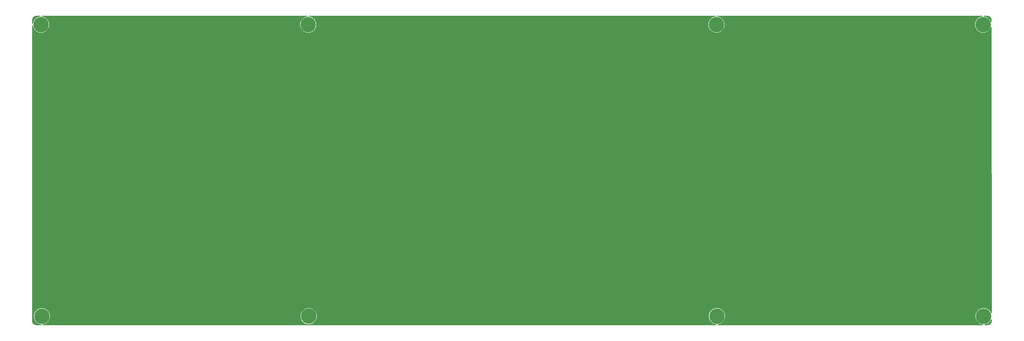
<source format=gbr>
%TF.GenerationSoftware,KiCad,Pcbnew,(6.0.7)*%
%TF.CreationDate,2022-11-12T23:42:16+01:00*%
%TF.ProjectId,skoosk backplate v1.1,736b6f6f-736b-4206-9261-636b706c6174,rev?*%
%TF.SameCoordinates,Original*%
%TF.FileFunction,Copper,L1,Top*%
%TF.FilePolarity,Positive*%
%FSLAX46Y46*%
G04 Gerber Fmt 4.6, Leading zero omitted, Abs format (unit mm)*
G04 Created by KiCad (PCBNEW (6.0.7)) date 2022-11-12 23:42:16*
%MOMM*%
%LPD*%
G01*
G04 APERTURE LIST*
%TA.AperFunction,ComponentPad*%
%ADD10C,4.400000*%
%TD*%
G04 APERTURE END LIST*
D10*
%TO.P,H2,1,1*%
%TO.N,N/C*%
X81153000Y-91537469D03*
%TD*%
%TO.P,H3,1,1*%
%TO.N,N/C*%
X197231000Y-8509000D03*
%TD*%
%TO.P,H4,1,1*%
%TO.N,N/C*%
X273177000Y-8509000D03*
%TD*%
%TO.P,H1,1,1*%
%TO.N,N/C*%
X5207000Y-91567000D03*
%TD*%
%TO.P,H4,1,1*%
%TO.N,N/C*%
X273304000Y-91567000D03*
%TD*%
%TO.P,H1,1,1*%
%TO.N,N/C*%
X4953000Y-8509000D03*
%TD*%
%TO.P,H2,1,1*%
%TO.N,N/C*%
X81019500Y-8509000D03*
%TD*%
%TO.P,H3,1,1*%
%TO.N,N/C*%
X197380100Y-91567000D03*
%TD*%
%TA.AperFunction,NonConductor*%
G36*
X274324935Y-5970388D02*
G01*
X274433342Y-5978912D01*
X274434266Y-5978989D01*
X274465536Y-5981722D01*
X274514073Y-5985966D01*
X274532506Y-5988967D01*
X274591495Y-6003125D01*
X274632792Y-6013037D01*
X274635921Y-6013831D01*
X274719007Y-6036089D01*
X274734600Y-6041382D01*
X274828798Y-6080397D01*
X274833829Y-6082610D01*
X274912696Y-6119383D01*
X274925282Y-6126146D01*
X275011804Y-6179164D01*
X275018240Y-6183383D01*
X275089845Y-6233519D01*
X275099397Y-6240914D01*
X275176445Y-6306719D01*
X275183699Y-6313425D01*
X275245575Y-6375301D01*
X275252281Y-6382555D01*
X275318086Y-6459603D01*
X275325481Y-6469155D01*
X275375617Y-6540760D01*
X275379836Y-6547196D01*
X275432854Y-6633718D01*
X275439617Y-6646304D01*
X275476390Y-6725171D01*
X275478603Y-6730202D01*
X275517618Y-6824400D01*
X275522911Y-6839993D01*
X275545169Y-6923079D01*
X275545967Y-6926225D01*
X275570033Y-7026494D01*
X275573034Y-7044927D01*
X275580004Y-7124648D01*
X275580095Y-7125745D01*
X275588614Y-7234091D01*
X275589002Y-7243913D01*
X275589198Y-7695014D01*
X275569226Y-7763144D01*
X275515590Y-7809660D01*
X275445321Y-7819794D01*
X275380727Y-7790329D01*
X275343885Y-7735570D01*
X275308271Y-7630654D01*
X275308271Y-7630653D01*
X275306945Y-7626748D01*
X275173566Y-7356282D01*
X275098512Y-7243955D01*
X275008318Y-7108970D01*
X275008314Y-7108965D01*
X275006025Y-7105539D01*
X275003311Y-7102445D01*
X275003307Y-7102439D01*
X274809898Y-6881900D01*
X274807189Y-6878811D01*
X274745206Y-6824453D01*
X274583561Y-6682693D01*
X274583555Y-6682689D01*
X274580461Y-6679975D01*
X274577035Y-6677686D01*
X274577030Y-6677682D01*
X274333151Y-6514728D01*
X274329718Y-6512434D01*
X274326019Y-6510610D01*
X274326014Y-6510607D01*
X274187166Y-6442135D01*
X274059252Y-6379055D01*
X274048193Y-6375301D01*
X273777604Y-6283448D01*
X273777600Y-6283447D01*
X273773691Y-6282120D01*
X273769647Y-6281316D01*
X273769641Y-6281314D01*
X273481959Y-6224090D01*
X273481953Y-6224089D01*
X273477920Y-6223287D01*
X273473815Y-6223018D01*
X273473808Y-6223017D01*
X273454164Y-6221730D01*
X273387498Y-6197316D01*
X273344614Y-6140734D01*
X273339127Y-6069950D01*
X273372781Y-6007436D01*
X273434889Y-5973041D01*
X273462405Y-5970000D01*
X274315058Y-5970000D01*
X274324935Y-5970388D01*
G37*
%TD.AperFunction*%
%TA.AperFunction,NonConductor*%
G36*
X4735716Y-5990002D02*
G01*
X4782209Y-6043658D01*
X4792313Y-6113932D01*
X4762819Y-6178512D01*
X4703093Y-6216896D01*
X4675836Y-6221730D01*
X4656192Y-6223017D01*
X4656185Y-6223018D01*
X4652080Y-6223287D01*
X4648047Y-6224089D01*
X4648041Y-6224090D01*
X4360359Y-6281314D01*
X4360353Y-6281316D01*
X4356309Y-6282120D01*
X4352400Y-6283447D01*
X4352396Y-6283448D01*
X4081807Y-6375301D01*
X4070748Y-6379055D01*
X3942834Y-6442135D01*
X3803986Y-6510607D01*
X3803981Y-6510610D01*
X3800282Y-6512434D01*
X3796849Y-6514728D01*
X3552970Y-6677682D01*
X3552965Y-6677686D01*
X3549539Y-6679975D01*
X3546445Y-6682689D01*
X3546439Y-6682693D01*
X3384794Y-6824453D01*
X3322811Y-6878811D01*
X3320102Y-6881900D01*
X3126693Y-7102439D01*
X3126689Y-7102445D01*
X3123975Y-7105539D01*
X3121686Y-7108965D01*
X3121682Y-7108970D01*
X3031488Y-7243955D01*
X2956434Y-7356282D01*
X2823055Y-7626748D01*
X2821729Y-7630653D01*
X2821729Y-7630654D01*
X2757525Y-7819794D01*
X2726120Y-7912309D01*
X2725316Y-7916353D01*
X2725314Y-7916359D01*
X2672605Y-8181345D01*
X2639697Y-8244254D01*
X2578002Y-8279386D01*
X2507108Y-8275586D01*
X2449522Y-8234060D01*
X2423527Y-8167993D01*
X2423026Y-8156763D01*
X2423026Y-7243955D01*
X2423414Y-7234070D01*
X2423981Y-7226866D01*
X2431986Y-7125160D01*
X2432047Y-7124425D01*
X2438996Y-7044975D01*
X2441997Y-7026543D01*
X2466140Y-6925978D01*
X2466929Y-6922870D01*
X2489123Y-6840042D01*
X2494416Y-6824453D01*
X2533494Y-6730113D01*
X2535707Y-6725083D01*
X2572411Y-6646370D01*
X2579174Y-6633783D01*
X2632281Y-6547122D01*
X2636499Y-6540688D01*
X2686538Y-6469226D01*
X2693929Y-6459680D01*
X2694004Y-6459593D01*
X2759828Y-6382523D01*
X2766544Y-6375259D01*
X2828287Y-6313516D01*
X2835552Y-6306800D01*
X2912695Y-6240914D01*
X2922254Y-6233512D01*
X2993717Y-6183473D01*
X3000154Y-6179253D01*
X3086816Y-6126147D01*
X3099401Y-6119385D01*
X3178094Y-6082691D01*
X3183125Y-6080477D01*
X3277478Y-6041395D01*
X3293084Y-6036098D01*
X3375825Y-6013927D01*
X3378991Y-6013122D01*
X3479569Y-5988976D01*
X3498002Y-5985974D01*
X3576953Y-5979067D01*
X3578048Y-5978976D01*
X3687171Y-5970388D01*
X3697057Y-5970000D01*
X4667595Y-5970000D01*
X4735716Y-5990002D01*
G37*
%TD.AperFunction*%
%TA.AperFunction,NonConductor*%
G36*
X275571352Y-92496041D02*
G01*
X275616229Y-92551056D01*
X275626109Y-92599911D01*
X275626160Y-92716014D01*
X275626210Y-92832018D01*
X275625822Y-92841955D01*
X275617339Y-92949750D01*
X275617282Y-92950433D01*
X275610216Y-93031149D01*
X275607218Y-93049559D01*
X275583257Y-93149364D01*
X275582464Y-93152485D01*
X275579226Y-93164569D01*
X275560066Y-93236074D01*
X275554768Y-93251679D01*
X275515901Y-93345515D01*
X275513687Y-93350547D01*
X275476746Y-93429768D01*
X275469987Y-93442348D01*
X275417111Y-93528634D01*
X275412912Y-93535038D01*
X275391658Y-93565393D01*
X275362583Y-93606916D01*
X275355181Y-93616475D01*
X275289570Y-93693296D01*
X275282855Y-93700561D01*
X275220769Y-93762648D01*
X275213503Y-93769364D01*
X275136682Y-93834975D01*
X275127124Y-93842376D01*
X275055267Y-93892692D01*
X275048830Y-93896912D01*
X274962565Y-93949776D01*
X274949981Y-93956538D01*
X274870761Y-93993480D01*
X274865749Y-93995686D01*
X274771880Y-94034569D01*
X274756284Y-94039862D01*
X274672697Y-94062260D01*
X274669548Y-94063060D01*
X274621840Y-94074514D01*
X274569792Y-94087010D01*
X274551362Y-94090012D01*
X274527382Y-94092111D01*
X274470039Y-94097128D01*
X274469324Y-94097188D01*
X274362294Y-94105612D01*
X274352409Y-94106000D01*
X273589405Y-94106000D01*
X273521284Y-94085998D01*
X273474791Y-94032342D01*
X273464687Y-93962068D01*
X273494181Y-93897488D01*
X273553907Y-93859104D01*
X273581164Y-93854270D01*
X273600808Y-93852983D01*
X273600815Y-93852982D01*
X273604920Y-93852713D01*
X273608953Y-93851911D01*
X273608959Y-93851910D01*
X273896641Y-93794686D01*
X273896647Y-93794684D01*
X273900691Y-93793880D01*
X273904600Y-93792553D01*
X273904604Y-93792552D01*
X274182346Y-93698271D01*
X274182347Y-93698271D01*
X274186252Y-93696945D01*
X274349429Y-93616475D01*
X274453014Y-93565393D01*
X274453019Y-93565390D01*
X274456718Y-93563566D01*
X274516467Y-93523643D01*
X274704030Y-93398318D01*
X274704035Y-93398314D01*
X274707461Y-93396025D01*
X274710555Y-93393311D01*
X274710561Y-93393307D01*
X274931100Y-93199898D01*
X274934189Y-93197189D01*
X275063644Y-93049575D01*
X275130307Y-92973561D01*
X275130311Y-92973555D01*
X275133025Y-92970461D01*
X275146333Y-92950545D01*
X275298272Y-92723151D01*
X275300566Y-92719718D01*
X275387103Y-92544238D01*
X275435171Y-92491989D01*
X275503857Y-92474022D01*
X275571352Y-92496041D01*
G37*
%TD.AperFunction*%
%TA.AperFunction,NonConductor*%
G36*
X80802216Y-5990002D02*
G01*
X80848709Y-6043658D01*
X80858813Y-6113932D01*
X80829319Y-6178512D01*
X80769593Y-6216896D01*
X80742336Y-6221730D01*
X80722692Y-6223017D01*
X80722685Y-6223018D01*
X80718580Y-6223287D01*
X80714547Y-6224089D01*
X80714541Y-6224090D01*
X80426859Y-6281314D01*
X80426853Y-6281316D01*
X80422809Y-6282120D01*
X80418900Y-6283447D01*
X80418896Y-6283448D01*
X80148307Y-6375301D01*
X80137248Y-6379055D01*
X80009334Y-6442135D01*
X79870486Y-6510607D01*
X79870481Y-6510610D01*
X79866782Y-6512434D01*
X79863349Y-6514728D01*
X79619470Y-6677682D01*
X79619465Y-6677686D01*
X79616039Y-6679975D01*
X79612945Y-6682689D01*
X79612939Y-6682693D01*
X79451294Y-6824453D01*
X79389311Y-6878811D01*
X79386602Y-6881900D01*
X79193193Y-7102439D01*
X79193189Y-7102445D01*
X79190475Y-7105539D01*
X79188186Y-7108965D01*
X79188182Y-7108970D01*
X79097988Y-7243955D01*
X79022934Y-7356282D01*
X78889555Y-7626748D01*
X78888229Y-7630653D01*
X78888229Y-7630654D01*
X78824025Y-7819794D01*
X78792620Y-7912309D01*
X78791816Y-7916353D01*
X78791814Y-7916359D01*
X78741761Y-8167993D01*
X78733787Y-8208080D01*
X78714064Y-8509000D01*
X78714334Y-8513119D01*
X78732686Y-8793116D01*
X78733787Y-8809920D01*
X78734589Y-8813953D01*
X78734590Y-8813959D01*
X78791814Y-9101641D01*
X78792620Y-9105691D01*
X78793947Y-9109600D01*
X78793948Y-9109604D01*
X78844051Y-9257201D01*
X78889555Y-9391252D01*
X79022934Y-9661718D01*
X79190475Y-9912461D01*
X79193189Y-9915555D01*
X79193193Y-9915561D01*
X79386602Y-10136100D01*
X79389311Y-10139189D01*
X79392400Y-10141898D01*
X79612939Y-10335307D01*
X79612945Y-10335311D01*
X79616039Y-10338025D01*
X79619465Y-10340314D01*
X79619470Y-10340318D01*
X79807033Y-10465643D01*
X79866782Y-10505566D01*
X79870481Y-10507390D01*
X79870486Y-10507393D01*
X80009334Y-10575865D01*
X80137248Y-10638945D01*
X80141153Y-10640271D01*
X80141154Y-10640271D01*
X80418896Y-10734552D01*
X80418900Y-10734553D01*
X80422809Y-10735880D01*
X80426853Y-10736684D01*
X80426859Y-10736686D01*
X80714541Y-10793910D01*
X80714547Y-10793911D01*
X80718580Y-10794713D01*
X80722685Y-10794982D01*
X80722692Y-10794983D01*
X81015381Y-10814166D01*
X81019500Y-10814436D01*
X81023619Y-10814166D01*
X81316308Y-10794983D01*
X81316315Y-10794982D01*
X81320420Y-10794713D01*
X81324453Y-10793911D01*
X81324459Y-10793910D01*
X81612141Y-10736686D01*
X81612147Y-10736684D01*
X81616191Y-10735880D01*
X81620100Y-10734553D01*
X81620104Y-10734552D01*
X81897846Y-10640271D01*
X81897847Y-10640271D01*
X81901752Y-10638945D01*
X82029666Y-10575865D01*
X82168514Y-10507393D01*
X82168519Y-10507390D01*
X82172218Y-10505566D01*
X82231967Y-10465643D01*
X82419530Y-10340318D01*
X82419535Y-10340314D01*
X82422961Y-10338025D01*
X82426055Y-10335311D01*
X82426061Y-10335307D01*
X82646600Y-10141898D01*
X82649689Y-10139189D01*
X82652398Y-10136100D01*
X82845807Y-9915561D01*
X82845811Y-9915555D01*
X82848525Y-9912461D01*
X83016066Y-9661718D01*
X83149445Y-9391252D01*
X83194949Y-9257201D01*
X83245052Y-9109604D01*
X83245053Y-9109600D01*
X83246380Y-9105691D01*
X83247186Y-9101641D01*
X83304410Y-8813959D01*
X83304411Y-8813953D01*
X83305213Y-8809920D01*
X83306315Y-8793116D01*
X83324666Y-8513119D01*
X83324936Y-8509000D01*
X83305213Y-8208080D01*
X83297240Y-8167993D01*
X83247186Y-7916359D01*
X83247184Y-7916353D01*
X83246380Y-7912309D01*
X83214976Y-7819794D01*
X83150771Y-7630654D01*
X83150771Y-7630653D01*
X83149445Y-7626748D01*
X83016066Y-7356282D01*
X82941012Y-7243955D01*
X82850818Y-7108970D01*
X82850814Y-7108965D01*
X82848525Y-7105539D01*
X82845811Y-7102445D01*
X82845807Y-7102439D01*
X82652398Y-6881900D01*
X82649689Y-6878811D01*
X82587706Y-6824453D01*
X82426061Y-6682693D01*
X82426055Y-6682689D01*
X82422961Y-6679975D01*
X82419535Y-6677686D01*
X82419530Y-6677682D01*
X82175651Y-6514728D01*
X82172218Y-6512434D01*
X82168519Y-6510610D01*
X82168514Y-6510607D01*
X82029666Y-6442135D01*
X81901752Y-6379055D01*
X81890693Y-6375301D01*
X81620104Y-6283448D01*
X81620100Y-6283447D01*
X81616191Y-6282120D01*
X81612147Y-6281316D01*
X81612141Y-6281314D01*
X81324459Y-6224090D01*
X81324453Y-6224089D01*
X81320420Y-6223287D01*
X81316315Y-6223018D01*
X81316308Y-6223017D01*
X81296664Y-6221730D01*
X81229998Y-6197316D01*
X81187114Y-6140734D01*
X81181627Y-6069950D01*
X81215281Y-6007436D01*
X81277389Y-5973041D01*
X81304905Y-5970000D01*
X196945595Y-5970000D01*
X197013716Y-5990002D01*
X197060209Y-6043658D01*
X197070313Y-6113932D01*
X197040819Y-6178512D01*
X196981093Y-6216896D01*
X196953836Y-6221730D01*
X196934192Y-6223017D01*
X196934185Y-6223018D01*
X196930080Y-6223287D01*
X196926047Y-6224089D01*
X196926041Y-6224090D01*
X196638359Y-6281314D01*
X196638353Y-6281316D01*
X196634309Y-6282120D01*
X196630400Y-6283447D01*
X196630396Y-6283448D01*
X196359807Y-6375301D01*
X196348748Y-6379055D01*
X196220834Y-6442135D01*
X196081986Y-6510607D01*
X196081981Y-6510610D01*
X196078282Y-6512434D01*
X196074849Y-6514728D01*
X195830970Y-6677682D01*
X195830965Y-6677686D01*
X195827539Y-6679975D01*
X195824445Y-6682689D01*
X195824439Y-6682693D01*
X195662794Y-6824453D01*
X195600811Y-6878811D01*
X195598102Y-6881900D01*
X195404693Y-7102439D01*
X195404689Y-7102445D01*
X195401975Y-7105539D01*
X195399686Y-7108965D01*
X195399682Y-7108970D01*
X195309488Y-7243955D01*
X195234434Y-7356282D01*
X195101055Y-7626748D01*
X195099729Y-7630653D01*
X195099729Y-7630654D01*
X195035525Y-7819794D01*
X195004120Y-7912309D01*
X195003316Y-7916353D01*
X195003314Y-7916359D01*
X194953261Y-8167993D01*
X194945287Y-8208080D01*
X194925564Y-8509000D01*
X194925834Y-8513119D01*
X194944186Y-8793116D01*
X194945287Y-8809920D01*
X194946089Y-8813953D01*
X194946090Y-8813959D01*
X195003314Y-9101641D01*
X195004120Y-9105691D01*
X195005447Y-9109600D01*
X195005448Y-9109604D01*
X195055551Y-9257201D01*
X195101055Y-9391252D01*
X195234434Y-9661718D01*
X195401975Y-9912461D01*
X195404689Y-9915555D01*
X195404693Y-9915561D01*
X195598102Y-10136100D01*
X195600811Y-10139189D01*
X195603900Y-10141898D01*
X195824439Y-10335307D01*
X195824445Y-10335311D01*
X195827539Y-10338025D01*
X195830965Y-10340314D01*
X195830970Y-10340318D01*
X196018533Y-10465643D01*
X196078282Y-10505566D01*
X196081981Y-10507390D01*
X196081986Y-10507393D01*
X196220834Y-10575865D01*
X196348748Y-10638945D01*
X196352653Y-10640271D01*
X196352654Y-10640271D01*
X196630396Y-10734552D01*
X196630400Y-10734553D01*
X196634309Y-10735880D01*
X196638353Y-10736684D01*
X196638359Y-10736686D01*
X196926041Y-10793910D01*
X196926047Y-10793911D01*
X196930080Y-10794713D01*
X196934185Y-10794982D01*
X196934192Y-10794983D01*
X197226881Y-10814166D01*
X197231000Y-10814436D01*
X197235119Y-10814166D01*
X197527808Y-10794983D01*
X197527815Y-10794982D01*
X197531920Y-10794713D01*
X197535953Y-10793911D01*
X197535959Y-10793910D01*
X197823641Y-10736686D01*
X197823647Y-10736684D01*
X197827691Y-10735880D01*
X197831600Y-10734553D01*
X197831604Y-10734552D01*
X198109346Y-10640271D01*
X198109347Y-10640271D01*
X198113252Y-10638945D01*
X198241166Y-10575865D01*
X198380014Y-10507393D01*
X198380019Y-10507390D01*
X198383718Y-10505566D01*
X198443467Y-10465643D01*
X198631030Y-10340318D01*
X198631035Y-10340314D01*
X198634461Y-10338025D01*
X198637555Y-10335311D01*
X198637561Y-10335307D01*
X198858100Y-10141898D01*
X198861189Y-10139189D01*
X198863898Y-10136100D01*
X199057307Y-9915561D01*
X199057311Y-9915555D01*
X199060025Y-9912461D01*
X199227566Y-9661718D01*
X199360945Y-9391252D01*
X199406449Y-9257201D01*
X199456552Y-9109604D01*
X199456553Y-9109600D01*
X199457880Y-9105691D01*
X199458686Y-9101641D01*
X199515910Y-8813959D01*
X199515911Y-8813953D01*
X199516713Y-8809920D01*
X199517815Y-8793116D01*
X199536166Y-8513119D01*
X199536436Y-8509000D01*
X199516713Y-8208080D01*
X199508740Y-8167993D01*
X199458686Y-7916359D01*
X199458684Y-7916353D01*
X199457880Y-7912309D01*
X199426476Y-7819794D01*
X199362271Y-7630654D01*
X199362271Y-7630653D01*
X199360945Y-7626748D01*
X199227566Y-7356282D01*
X199152512Y-7243955D01*
X199062318Y-7108970D01*
X199062314Y-7108965D01*
X199060025Y-7105539D01*
X199057311Y-7102445D01*
X199057307Y-7102439D01*
X198863898Y-6881900D01*
X198861189Y-6878811D01*
X198799206Y-6824453D01*
X198637561Y-6682693D01*
X198637555Y-6682689D01*
X198634461Y-6679975D01*
X198631035Y-6677686D01*
X198631030Y-6677682D01*
X198387151Y-6514728D01*
X198383718Y-6512434D01*
X198380019Y-6510610D01*
X198380014Y-6510607D01*
X198241166Y-6442135D01*
X198113252Y-6379055D01*
X198102193Y-6375301D01*
X197831604Y-6283448D01*
X197831600Y-6283447D01*
X197827691Y-6282120D01*
X197823647Y-6281316D01*
X197823641Y-6281314D01*
X197535959Y-6224090D01*
X197535953Y-6224089D01*
X197531920Y-6223287D01*
X197527815Y-6223018D01*
X197527808Y-6223017D01*
X197508164Y-6221730D01*
X197441498Y-6197316D01*
X197398614Y-6140734D01*
X197393127Y-6069950D01*
X197426781Y-6007436D01*
X197488889Y-5973041D01*
X197516405Y-5970000D01*
X272891595Y-5970000D01*
X272959716Y-5990002D01*
X273006209Y-6043658D01*
X273016313Y-6113932D01*
X272986819Y-6178512D01*
X272927093Y-6216896D01*
X272899836Y-6221730D01*
X272880192Y-6223017D01*
X272880185Y-6223018D01*
X272876080Y-6223287D01*
X272872047Y-6224089D01*
X272872041Y-6224090D01*
X272584359Y-6281314D01*
X272584353Y-6281316D01*
X272580309Y-6282120D01*
X272576400Y-6283447D01*
X272576396Y-6283448D01*
X272305807Y-6375301D01*
X272294748Y-6379055D01*
X272166834Y-6442135D01*
X272027986Y-6510607D01*
X272027981Y-6510610D01*
X272024282Y-6512434D01*
X272020849Y-6514728D01*
X271776970Y-6677682D01*
X271776965Y-6677686D01*
X271773539Y-6679975D01*
X271770445Y-6682689D01*
X271770439Y-6682693D01*
X271608794Y-6824453D01*
X271546811Y-6878811D01*
X271544102Y-6881900D01*
X271350693Y-7102439D01*
X271350689Y-7102445D01*
X271347975Y-7105539D01*
X271345686Y-7108965D01*
X271345682Y-7108970D01*
X271255488Y-7243955D01*
X271180434Y-7356282D01*
X271047055Y-7626748D01*
X271045729Y-7630653D01*
X271045729Y-7630654D01*
X270981525Y-7819794D01*
X270950120Y-7912309D01*
X270949316Y-7916353D01*
X270949314Y-7916359D01*
X270899261Y-8167993D01*
X270891287Y-8208080D01*
X270871564Y-8509000D01*
X270871834Y-8513119D01*
X270890186Y-8793116D01*
X270891287Y-8809920D01*
X270892089Y-8813953D01*
X270892090Y-8813959D01*
X270949314Y-9101641D01*
X270950120Y-9105691D01*
X270951447Y-9109600D01*
X270951448Y-9109604D01*
X271001551Y-9257201D01*
X271047055Y-9391252D01*
X271180434Y-9661718D01*
X271347975Y-9912461D01*
X271350689Y-9915555D01*
X271350693Y-9915561D01*
X271544102Y-10136100D01*
X271546811Y-10139189D01*
X271549900Y-10141898D01*
X271770439Y-10335307D01*
X271770445Y-10335311D01*
X271773539Y-10338025D01*
X271776965Y-10340314D01*
X271776970Y-10340318D01*
X271964533Y-10465643D01*
X272024282Y-10505566D01*
X272027981Y-10507390D01*
X272027986Y-10507393D01*
X272166834Y-10575865D01*
X272294748Y-10638945D01*
X272298653Y-10640271D01*
X272298654Y-10640271D01*
X272576396Y-10734552D01*
X272576400Y-10734553D01*
X272580309Y-10735880D01*
X272584353Y-10736684D01*
X272584359Y-10736686D01*
X272872041Y-10793910D01*
X272872047Y-10793911D01*
X272876080Y-10794713D01*
X272880185Y-10794982D01*
X272880192Y-10794983D01*
X273172881Y-10814166D01*
X273177000Y-10814436D01*
X273181119Y-10814166D01*
X273473808Y-10794983D01*
X273473815Y-10794982D01*
X273477920Y-10794713D01*
X273481953Y-10793911D01*
X273481959Y-10793910D01*
X273769641Y-10736686D01*
X273769647Y-10736684D01*
X273773691Y-10735880D01*
X273777600Y-10734553D01*
X273777604Y-10734552D01*
X274055346Y-10640271D01*
X274055347Y-10640271D01*
X274059252Y-10638945D01*
X274187166Y-10575865D01*
X274326014Y-10507393D01*
X274326019Y-10507390D01*
X274329718Y-10505566D01*
X274389467Y-10465643D01*
X274577030Y-10340318D01*
X274577035Y-10340314D01*
X274580461Y-10338025D01*
X274583555Y-10335311D01*
X274583561Y-10335307D01*
X274804100Y-10141898D01*
X274807189Y-10139189D01*
X274809898Y-10136100D01*
X275003307Y-9915561D01*
X275003311Y-9915555D01*
X275006025Y-9912461D01*
X275173566Y-9661718D01*
X275306945Y-9391252D01*
X275344592Y-9280346D01*
X275385429Y-9222271D01*
X275451182Y-9195493D01*
X275520974Y-9208514D01*
X275572648Y-9257201D01*
X275589905Y-9320794D01*
X275590545Y-10793910D01*
X275625210Y-90532156D01*
X275605238Y-90600286D01*
X275551602Y-90646802D01*
X275481333Y-90656936D01*
X275416739Y-90627471D01*
X275386204Y-90587939D01*
X275302393Y-90417986D01*
X275302390Y-90417981D01*
X275300566Y-90414282D01*
X275133025Y-90163539D01*
X275130311Y-90160445D01*
X275130307Y-90160439D01*
X274936898Y-89939900D01*
X274934189Y-89936811D01*
X274904038Y-89910369D01*
X274710561Y-89740693D01*
X274710555Y-89740689D01*
X274707461Y-89737975D01*
X274704035Y-89735686D01*
X274704030Y-89735682D01*
X274460151Y-89572728D01*
X274456718Y-89570434D01*
X274453019Y-89568610D01*
X274453014Y-89568607D01*
X274314166Y-89500135D01*
X274186252Y-89437055D01*
X274099257Y-89407524D01*
X273904604Y-89341448D01*
X273904600Y-89341447D01*
X273900691Y-89340120D01*
X273896647Y-89339316D01*
X273896641Y-89339314D01*
X273608959Y-89282090D01*
X273608953Y-89282089D01*
X273604920Y-89281287D01*
X273600815Y-89281018D01*
X273600808Y-89281017D01*
X273308119Y-89261834D01*
X273304000Y-89261564D01*
X273299881Y-89261834D01*
X273007192Y-89281017D01*
X273007185Y-89281018D01*
X273003080Y-89281287D01*
X272999047Y-89282089D01*
X272999041Y-89282090D01*
X272711359Y-89339314D01*
X272711353Y-89339316D01*
X272707309Y-89340120D01*
X272703400Y-89341447D01*
X272703396Y-89341448D01*
X272508743Y-89407524D01*
X272421748Y-89437055D01*
X272293834Y-89500135D01*
X272154986Y-89568607D01*
X272154981Y-89568610D01*
X272151282Y-89570434D01*
X272147849Y-89572728D01*
X271903970Y-89735682D01*
X271903965Y-89735686D01*
X271900539Y-89737975D01*
X271897445Y-89740689D01*
X271897439Y-89740693D01*
X271703962Y-89910369D01*
X271673811Y-89936811D01*
X271671102Y-89939900D01*
X271477693Y-90160439D01*
X271477689Y-90160445D01*
X271474975Y-90163539D01*
X271307434Y-90414282D01*
X271174055Y-90684748D01*
X271172729Y-90688653D01*
X271172729Y-90688654D01*
X271085770Y-90944828D01*
X271077120Y-90970309D01*
X271076316Y-90974353D01*
X271076314Y-90974359D01*
X271024965Y-91232510D01*
X271018287Y-91266080D01*
X270998564Y-91567000D01*
X271018287Y-91867920D01*
X271019089Y-91871953D01*
X271019090Y-91871959D01*
X271072024Y-92138073D01*
X271077120Y-92163691D01*
X271078447Y-92167600D01*
X271078448Y-92167604D01*
X271165286Y-92423419D01*
X271174055Y-92449252D01*
X271307434Y-92719718D01*
X271309728Y-92723151D01*
X271461668Y-92950545D01*
X271474975Y-92970461D01*
X271477689Y-92973555D01*
X271477693Y-92973561D01*
X271544356Y-93049575D01*
X271673811Y-93197189D01*
X271676900Y-93199898D01*
X271897439Y-93393307D01*
X271897445Y-93393311D01*
X271900539Y-93396025D01*
X271903965Y-93398314D01*
X271903970Y-93398318D01*
X272091533Y-93523643D01*
X272151282Y-93563566D01*
X272154981Y-93565390D01*
X272154986Y-93565393D01*
X272258571Y-93616475D01*
X272421748Y-93696945D01*
X272425653Y-93698271D01*
X272425654Y-93698271D01*
X272703396Y-93792552D01*
X272703400Y-93792553D01*
X272707309Y-93793880D01*
X272711353Y-93794684D01*
X272711359Y-93794686D01*
X272999041Y-93851910D01*
X272999047Y-93851911D01*
X273003080Y-93852713D01*
X273007185Y-93852982D01*
X273007192Y-93852983D01*
X273026836Y-93854270D01*
X273093502Y-93878684D01*
X273136386Y-93935266D01*
X273141873Y-94006050D01*
X273108219Y-94068564D01*
X273046111Y-94102959D01*
X273018595Y-94106000D01*
X197665505Y-94106000D01*
X197597384Y-94085998D01*
X197550891Y-94032342D01*
X197540787Y-93962068D01*
X197570281Y-93897488D01*
X197630007Y-93859104D01*
X197657264Y-93854270D01*
X197676908Y-93852983D01*
X197676915Y-93852982D01*
X197681020Y-93852713D01*
X197685053Y-93851911D01*
X197685059Y-93851910D01*
X197972741Y-93794686D01*
X197972747Y-93794684D01*
X197976791Y-93793880D01*
X197980700Y-93792553D01*
X197980704Y-93792552D01*
X198258446Y-93698271D01*
X198258447Y-93698271D01*
X198262352Y-93696945D01*
X198425529Y-93616475D01*
X198529114Y-93565393D01*
X198529119Y-93565390D01*
X198532818Y-93563566D01*
X198592567Y-93523643D01*
X198780130Y-93398318D01*
X198780135Y-93398314D01*
X198783561Y-93396025D01*
X198786655Y-93393311D01*
X198786661Y-93393307D01*
X199007200Y-93199898D01*
X199010289Y-93197189D01*
X199139744Y-93049575D01*
X199206407Y-92973561D01*
X199206411Y-92973555D01*
X199209125Y-92970461D01*
X199222433Y-92950545D01*
X199374372Y-92723151D01*
X199376666Y-92719718D01*
X199510045Y-92449252D01*
X199518814Y-92423419D01*
X199605652Y-92167604D01*
X199605653Y-92167600D01*
X199606980Y-92163691D01*
X199612076Y-92138073D01*
X199665010Y-91871959D01*
X199665011Y-91871953D01*
X199665813Y-91867920D01*
X199685536Y-91567000D01*
X199665813Y-91266080D01*
X199659136Y-91232510D01*
X199607786Y-90974359D01*
X199607784Y-90974353D01*
X199606980Y-90970309D01*
X199598331Y-90944828D01*
X199511371Y-90688654D01*
X199511371Y-90688653D01*
X199510045Y-90684748D01*
X199376666Y-90414282D01*
X199209125Y-90163539D01*
X199206411Y-90160445D01*
X199206407Y-90160439D01*
X199012998Y-89939900D01*
X199010289Y-89936811D01*
X198980138Y-89910369D01*
X198786661Y-89740693D01*
X198786655Y-89740689D01*
X198783561Y-89737975D01*
X198780135Y-89735686D01*
X198780130Y-89735682D01*
X198536251Y-89572728D01*
X198532818Y-89570434D01*
X198529119Y-89568610D01*
X198529114Y-89568607D01*
X198390266Y-89500135D01*
X198262352Y-89437055D01*
X198175357Y-89407524D01*
X197980704Y-89341448D01*
X197980700Y-89341447D01*
X197976791Y-89340120D01*
X197972747Y-89339316D01*
X197972741Y-89339314D01*
X197685059Y-89282090D01*
X197685053Y-89282089D01*
X197681020Y-89281287D01*
X197676915Y-89281018D01*
X197676908Y-89281017D01*
X197384219Y-89261834D01*
X197380100Y-89261564D01*
X197375981Y-89261834D01*
X197083292Y-89281017D01*
X197083285Y-89281018D01*
X197079180Y-89281287D01*
X197075147Y-89282089D01*
X197075141Y-89282090D01*
X196787459Y-89339314D01*
X196787453Y-89339316D01*
X196783409Y-89340120D01*
X196779500Y-89341447D01*
X196779496Y-89341448D01*
X196584843Y-89407524D01*
X196497848Y-89437055D01*
X196369934Y-89500135D01*
X196231086Y-89568607D01*
X196231081Y-89568610D01*
X196227382Y-89570434D01*
X196223949Y-89572728D01*
X195980070Y-89735682D01*
X195980065Y-89735686D01*
X195976639Y-89737975D01*
X195973545Y-89740689D01*
X195973539Y-89740693D01*
X195780062Y-89910369D01*
X195749911Y-89936811D01*
X195747202Y-89939900D01*
X195553793Y-90160439D01*
X195553789Y-90160445D01*
X195551075Y-90163539D01*
X195383534Y-90414282D01*
X195250155Y-90684748D01*
X195248829Y-90688653D01*
X195248829Y-90688654D01*
X195161870Y-90944828D01*
X195153220Y-90970309D01*
X195152416Y-90974353D01*
X195152414Y-90974359D01*
X195101065Y-91232510D01*
X195094387Y-91266080D01*
X195074664Y-91567000D01*
X195094387Y-91867920D01*
X195095189Y-91871953D01*
X195095190Y-91871959D01*
X195148124Y-92138073D01*
X195153220Y-92163691D01*
X195154547Y-92167600D01*
X195154548Y-92167604D01*
X195241386Y-92423419D01*
X195250155Y-92449252D01*
X195383534Y-92719718D01*
X195385828Y-92723151D01*
X195537768Y-92950545D01*
X195551075Y-92970461D01*
X195553789Y-92973555D01*
X195553793Y-92973561D01*
X195620456Y-93049575D01*
X195749911Y-93197189D01*
X195753000Y-93199898D01*
X195973539Y-93393307D01*
X195973545Y-93393311D01*
X195976639Y-93396025D01*
X195980065Y-93398314D01*
X195980070Y-93398318D01*
X196167633Y-93523643D01*
X196227382Y-93563566D01*
X196231081Y-93565390D01*
X196231086Y-93565393D01*
X196334671Y-93616475D01*
X196497848Y-93696945D01*
X196501753Y-93698271D01*
X196501754Y-93698271D01*
X196779496Y-93792552D01*
X196779500Y-93792553D01*
X196783409Y-93793880D01*
X196787453Y-93794684D01*
X196787459Y-93794686D01*
X197075141Y-93851910D01*
X197075147Y-93851911D01*
X197079180Y-93852713D01*
X197083285Y-93852982D01*
X197083292Y-93852983D01*
X197102936Y-93854270D01*
X197169602Y-93878684D01*
X197212486Y-93935266D01*
X197217973Y-94006050D01*
X197184319Y-94068564D01*
X197122211Y-94102959D01*
X197094695Y-94106000D01*
X5492405Y-94106000D01*
X5424284Y-94085998D01*
X5377791Y-94032342D01*
X5367687Y-93962068D01*
X5397181Y-93897488D01*
X5456907Y-93859104D01*
X5484164Y-93854270D01*
X5503808Y-93852983D01*
X5503815Y-93852982D01*
X5507920Y-93852713D01*
X5511953Y-93851911D01*
X5511959Y-93851910D01*
X5799641Y-93794686D01*
X5799647Y-93794684D01*
X5803691Y-93793880D01*
X5807600Y-93792553D01*
X5807604Y-93792552D01*
X6085346Y-93698271D01*
X6085347Y-93698271D01*
X6089252Y-93696945D01*
X6252429Y-93616475D01*
X6356014Y-93565393D01*
X6356019Y-93565390D01*
X6359718Y-93563566D01*
X6419467Y-93523643D01*
X6607030Y-93398318D01*
X6607035Y-93398314D01*
X6610461Y-93396025D01*
X6613555Y-93393311D01*
X6613561Y-93393307D01*
X6834100Y-93199898D01*
X6837189Y-93197189D01*
X6966644Y-93049575D01*
X7033307Y-92973561D01*
X7033311Y-92973555D01*
X7036025Y-92970461D01*
X7049333Y-92950545D01*
X7201272Y-92723151D01*
X7203566Y-92719718D01*
X7336945Y-92449252D01*
X7345714Y-92423419D01*
X7432552Y-92167604D01*
X7432553Y-92167600D01*
X7433880Y-92163691D01*
X7438976Y-92138073D01*
X7491910Y-91871959D01*
X7491911Y-91871953D01*
X7492713Y-91867920D01*
X7512436Y-91567000D01*
X7510500Y-91537469D01*
X78847564Y-91537469D01*
X78867287Y-91838389D01*
X78868089Y-91842422D01*
X78868090Y-91842428D01*
X78925314Y-92130110D01*
X78926120Y-92134160D01*
X78927447Y-92138069D01*
X78927448Y-92138073D01*
X79021729Y-92415815D01*
X79023055Y-92419721D01*
X79156434Y-92690187D01*
X79158728Y-92693620D01*
X79254400Y-92836803D01*
X79323975Y-92940930D01*
X79326689Y-92944024D01*
X79326693Y-92944030D01*
X79520102Y-93164569D01*
X79522811Y-93167658D01*
X79525900Y-93170367D01*
X79746439Y-93363776D01*
X79746445Y-93363780D01*
X79749539Y-93366494D01*
X79752965Y-93368783D01*
X79752970Y-93368787D01*
X79844163Y-93429720D01*
X80000282Y-93534035D01*
X80003981Y-93535859D01*
X80003986Y-93535862D01*
X80106441Y-93586387D01*
X80270748Y-93667414D01*
X80274653Y-93668740D01*
X80274654Y-93668740D01*
X80552396Y-93763021D01*
X80552400Y-93763022D01*
X80556309Y-93764349D01*
X80560353Y-93765153D01*
X80560359Y-93765155D01*
X80848041Y-93822379D01*
X80848047Y-93822380D01*
X80852080Y-93823182D01*
X80856185Y-93823451D01*
X80856192Y-93823452D01*
X81131402Y-93841489D01*
X81145479Y-93842412D01*
X81148881Y-93842635D01*
X81153000Y-93842905D01*
X81157119Y-93842635D01*
X81160522Y-93842412D01*
X81174598Y-93841489D01*
X81449808Y-93823452D01*
X81449815Y-93823451D01*
X81453920Y-93823182D01*
X81457953Y-93822380D01*
X81457959Y-93822379D01*
X81745641Y-93765155D01*
X81745647Y-93765153D01*
X81749691Y-93764349D01*
X81753600Y-93763022D01*
X81753604Y-93763021D01*
X82031346Y-93668740D01*
X82031347Y-93668740D01*
X82035252Y-93667414D01*
X82199559Y-93586387D01*
X82302014Y-93535862D01*
X82302019Y-93535859D01*
X82305718Y-93534035D01*
X82461837Y-93429720D01*
X82553030Y-93368787D01*
X82553035Y-93368783D01*
X82556461Y-93366494D01*
X82559555Y-93363780D01*
X82559561Y-93363776D01*
X82780100Y-93170367D01*
X82783189Y-93167658D01*
X82785898Y-93164569D01*
X82979307Y-92944030D01*
X82979311Y-92944024D01*
X82982025Y-92940930D01*
X83051601Y-92836803D01*
X83147272Y-92693620D01*
X83149566Y-92690187D01*
X83282945Y-92419721D01*
X83284271Y-92415815D01*
X83378552Y-92138073D01*
X83378553Y-92138069D01*
X83379880Y-92134160D01*
X83380686Y-92130110D01*
X83437910Y-91842428D01*
X83437911Y-91842422D01*
X83438713Y-91838389D01*
X83458436Y-91537469D01*
X83438713Y-91236549D01*
X83385755Y-90970309D01*
X83380686Y-90944828D01*
X83380684Y-90944822D01*
X83379880Y-90940778D01*
X83292970Y-90684748D01*
X83284271Y-90659123D01*
X83284271Y-90659122D01*
X83282945Y-90655217D01*
X83149566Y-90384751D01*
X83109643Y-90325002D01*
X82984318Y-90137439D01*
X82984314Y-90137434D01*
X82982025Y-90134008D01*
X82979311Y-90130914D01*
X82979307Y-90130908D01*
X82785898Y-89910369D01*
X82783189Y-89907280D01*
X82587520Y-89735682D01*
X82559561Y-89711162D01*
X82559555Y-89711158D01*
X82556461Y-89708444D01*
X82553035Y-89706155D01*
X82553030Y-89706151D01*
X82365467Y-89580826D01*
X82305718Y-89540903D01*
X82302019Y-89539079D01*
X82302014Y-89539076D01*
X82163166Y-89470604D01*
X82035252Y-89407524D01*
X81840599Y-89341448D01*
X81753604Y-89311917D01*
X81753600Y-89311916D01*
X81749691Y-89310589D01*
X81745647Y-89309785D01*
X81745641Y-89309783D01*
X81457959Y-89252559D01*
X81457953Y-89252558D01*
X81453920Y-89251756D01*
X81449815Y-89251487D01*
X81449808Y-89251486D01*
X81157119Y-89232303D01*
X81153000Y-89232033D01*
X81148881Y-89232303D01*
X80856192Y-89251486D01*
X80856185Y-89251487D01*
X80852080Y-89251756D01*
X80848047Y-89252558D01*
X80848041Y-89252559D01*
X80560359Y-89309783D01*
X80560353Y-89309785D01*
X80556309Y-89310589D01*
X80552400Y-89311916D01*
X80552396Y-89311917D01*
X80465401Y-89341448D01*
X80270748Y-89407524D01*
X80142834Y-89470604D01*
X80003986Y-89539076D01*
X80003981Y-89539079D01*
X80000282Y-89540903D01*
X79940533Y-89580826D01*
X79752970Y-89706151D01*
X79752965Y-89706155D01*
X79749539Y-89708444D01*
X79746445Y-89711158D01*
X79746439Y-89711162D01*
X79718480Y-89735682D01*
X79522811Y-89907280D01*
X79520102Y-89910369D01*
X79326693Y-90130908D01*
X79326689Y-90130914D01*
X79323975Y-90134008D01*
X79321686Y-90137434D01*
X79321682Y-90137439D01*
X79196357Y-90325002D01*
X79156434Y-90384751D01*
X79023055Y-90655217D01*
X79021729Y-90659122D01*
X79021729Y-90659123D01*
X79013031Y-90684748D01*
X78926120Y-90940778D01*
X78925316Y-90944822D01*
X78925314Y-90944828D01*
X78920246Y-90970309D01*
X78867287Y-91236549D01*
X78847564Y-91537469D01*
X7510500Y-91537469D01*
X7492713Y-91266080D01*
X7486036Y-91232510D01*
X7434686Y-90974359D01*
X7434684Y-90974353D01*
X7433880Y-90970309D01*
X7425231Y-90944828D01*
X7338271Y-90688654D01*
X7338271Y-90688653D01*
X7336945Y-90684748D01*
X7203566Y-90414282D01*
X7036025Y-90163539D01*
X7033311Y-90160445D01*
X7033307Y-90160439D01*
X6839898Y-89939900D01*
X6837189Y-89936811D01*
X6807038Y-89910369D01*
X6613561Y-89740693D01*
X6613555Y-89740689D01*
X6610461Y-89737975D01*
X6607035Y-89735686D01*
X6607030Y-89735682D01*
X6363151Y-89572728D01*
X6359718Y-89570434D01*
X6356019Y-89568610D01*
X6356014Y-89568607D01*
X6217166Y-89500135D01*
X6089252Y-89437055D01*
X6002257Y-89407524D01*
X5807604Y-89341448D01*
X5807600Y-89341447D01*
X5803691Y-89340120D01*
X5799647Y-89339316D01*
X5799641Y-89339314D01*
X5511959Y-89282090D01*
X5511953Y-89282089D01*
X5507920Y-89281287D01*
X5503815Y-89281018D01*
X5503808Y-89281017D01*
X5211119Y-89261834D01*
X5207000Y-89261564D01*
X5202881Y-89261834D01*
X4910192Y-89281017D01*
X4910185Y-89281018D01*
X4906080Y-89281287D01*
X4902047Y-89282089D01*
X4902041Y-89282090D01*
X4614359Y-89339314D01*
X4614353Y-89339316D01*
X4610309Y-89340120D01*
X4606400Y-89341447D01*
X4606396Y-89341448D01*
X4411743Y-89407524D01*
X4324748Y-89437055D01*
X4196834Y-89500135D01*
X4057986Y-89568607D01*
X4057981Y-89568610D01*
X4054282Y-89570434D01*
X4050849Y-89572728D01*
X3806970Y-89735682D01*
X3806965Y-89735686D01*
X3803539Y-89737975D01*
X3800445Y-89740689D01*
X3800439Y-89740693D01*
X3606962Y-89910369D01*
X3576811Y-89936811D01*
X3574102Y-89939900D01*
X3380693Y-90160439D01*
X3380689Y-90160445D01*
X3377975Y-90163539D01*
X3210434Y-90414282D01*
X3077055Y-90684748D01*
X3075729Y-90688653D01*
X3075729Y-90688654D01*
X2988770Y-90944828D01*
X2980120Y-90970309D01*
X2979316Y-90974353D01*
X2979314Y-90974359D01*
X2927965Y-91232510D01*
X2921287Y-91266080D01*
X2901564Y-91567000D01*
X2921287Y-91867920D01*
X2922089Y-91871953D01*
X2922090Y-91871959D01*
X2975024Y-92138073D01*
X2980120Y-92163691D01*
X2981447Y-92167600D01*
X2981448Y-92167604D01*
X3068286Y-92423419D01*
X3077055Y-92449252D01*
X3210434Y-92719718D01*
X3212728Y-92723151D01*
X3364668Y-92950545D01*
X3377975Y-92970461D01*
X3380689Y-92973555D01*
X3380693Y-92973561D01*
X3447356Y-93049575D01*
X3576811Y-93197189D01*
X3579900Y-93199898D01*
X3800439Y-93393307D01*
X3800445Y-93393311D01*
X3803539Y-93396025D01*
X3806965Y-93398314D01*
X3806970Y-93398318D01*
X3994533Y-93523643D01*
X4054282Y-93563566D01*
X4057981Y-93565390D01*
X4057986Y-93565393D01*
X4161571Y-93616475D01*
X4324748Y-93696945D01*
X4328653Y-93698271D01*
X4328654Y-93698271D01*
X4606396Y-93792552D01*
X4606400Y-93792553D01*
X4610309Y-93793880D01*
X4614353Y-93794684D01*
X4614359Y-93794686D01*
X4902041Y-93851910D01*
X4902047Y-93851911D01*
X4906080Y-93852713D01*
X4910185Y-93852982D01*
X4910192Y-93852983D01*
X4929836Y-93854270D01*
X4996502Y-93878684D01*
X5039386Y-93935266D01*
X5044873Y-94006050D01*
X5011219Y-94068564D01*
X4949111Y-94102959D01*
X4921595Y-94106000D01*
X3696981Y-94106000D01*
X3687095Y-94105612D01*
X3579008Y-94097105D01*
X3577911Y-94097013D01*
X3526242Y-94092492D01*
X3497926Y-94090014D01*
X3479506Y-94087015D01*
X3413928Y-94071271D01*
X3379446Y-94062993D01*
X3376250Y-94062181D01*
X3293000Y-94039875D01*
X3277393Y-94034577D01*
X3277369Y-94034567D01*
X3183360Y-93995628D01*
X3178374Y-93993434D01*
X3099302Y-93956563D01*
X3086719Y-93949801D01*
X3000328Y-93896861D01*
X2993892Y-93892641D01*
X2922157Y-93842412D01*
X2912597Y-93835010D01*
X2835666Y-93769305D01*
X2828401Y-93762589D01*
X2766430Y-93700618D01*
X2759714Y-93693353D01*
X2694014Y-93616428D01*
X2686612Y-93606869D01*
X2636389Y-93535143D01*
X2632170Y-93528708D01*
X2597486Y-93472110D01*
X2579219Y-93442302D01*
X2572459Y-93429720D01*
X2535604Y-93350683D01*
X2533390Y-93345652D01*
X2494445Y-93251631D01*
X2489147Y-93236023D01*
X2466840Y-93152770D01*
X2466029Y-93149576D01*
X2442009Y-93049531D01*
X2439009Y-93031112D01*
X2431960Y-92950545D01*
X2431891Y-92949716D01*
X2430930Y-92937499D01*
X2423414Y-92842006D01*
X2423026Y-92832120D01*
X2423026Y-8861237D01*
X2443028Y-8793116D01*
X2496684Y-8746623D01*
X2566958Y-8736519D01*
X2631538Y-8766013D01*
X2669922Y-8825739D01*
X2672605Y-8836654D01*
X2726120Y-9105691D01*
X2727447Y-9109600D01*
X2727448Y-9109604D01*
X2777551Y-9257201D01*
X2823055Y-9391252D01*
X2956434Y-9661718D01*
X3123975Y-9912461D01*
X3126689Y-9915555D01*
X3126693Y-9915561D01*
X3320102Y-10136100D01*
X3322811Y-10139189D01*
X3325900Y-10141898D01*
X3546439Y-10335307D01*
X3546445Y-10335311D01*
X3549539Y-10338025D01*
X3552965Y-10340314D01*
X3552970Y-10340318D01*
X3740533Y-10465643D01*
X3800282Y-10505566D01*
X3803981Y-10507390D01*
X3803986Y-10507393D01*
X3942834Y-10575865D01*
X4070748Y-10638945D01*
X4074653Y-10640271D01*
X4074654Y-10640271D01*
X4352396Y-10734552D01*
X4352400Y-10734553D01*
X4356309Y-10735880D01*
X4360353Y-10736684D01*
X4360359Y-10736686D01*
X4648041Y-10793910D01*
X4648047Y-10793911D01*
X4652080Y-10794713D01*
X4656185Y-10794982D01*
X4656192Y-10794983D01*
X4948881Y-10814166D01*
X4953000Y-10814436D01*
X4957119Y-10814166D01*
X5249808Y-10794983D01*
X5249815Y-10794982D01*
X5253920Y-10794713D01*
X5257953Y-10793911D01*
X5257959Y-10793910D01*
X5545641Y-10736686D01*
X5545647Y-10736684D01*
X5549691Y-10735880D01*
X5553600Y-10734553D01*
X5553604Y-10734552D01*
X5831346Y-10640271D01*
X5831347Y-10640271D01*
X5835252Y-10638945D01*
X5963166Y-10575865D01*
X6102014Y-10507393D01*
X6102019Y-10507390D01*
X6105718Y-10505566D01*
X6165467Y-10465643D01*
X6353030Y-10340318D01*
X6353035Y-10340314D01*
X6356461Y-10338025D01*
X6359555Y-10335311D01*
X6359561Y-10335307D01*
X6580100Y-10141898D01*
X6583189Y-10139189D01*
X6585898Y-10136100D01*
X6779307Y-9915561D01*
X6779311Y-9915555D01*
X6782025Y-9912461D01*
X6949566Y-9661718D01*
X7082945Y-9391252D01*
X7128449Y-9257201D01*
X7178552Y-9109604D01*
X7178553Y-9109600D01*
X7179880Y-9105691D01*
X7180686Y-9101641D01*
X7237910Y-8813959D01*
X7237911Y-8813953D01*
X7238713Y-8809920D01*
X7239815Y-8793116D01*
X7258166Y-8513119D01*
X7258436Y-8509000D01*
X7238713Y-8208080D01*
X7230740Y-8167993D01*
X7180686Y-7916359D01*
X7180684Y-7916353D01*
X7179880Y-7912309D01*
X7148476Y-7819794D01*
X7084271Y-7630654D01*
X7084271Y-7630653D01*
X7082945Y-7626748D01*
X6949566Y-7356282D01*
X6874512Y-7243955D01*
X6784318Y-7108970D01*
X6784314Y-7108965D01*
X6782025Y-7105539D01*
X6779311Y-7102445D01*
X6779307Y-7102439D01*
X6585898Y-6881900D01*
X6583189Y-6878811D01*
X6521206Y-6824453D01*
X6359561Y-6682693D01*
X6359555Y-6682689D01*
X6356461Y-6679975D01*
X6353035Y-6677686D01*
X6353030Y-6677682D01*
X6109151Y-6514728D01*
X6105718Y-6512434D01*
X6102019Y-6510610D01*
X6102014Y-6510607D01*
X5963166Y-6442135D01*
X5835252Y-6379055D01*
X5824193Y-6375301D01*
X5553604Y-6283448D01*
X5553600Y-6283447D01*
X5549691Y-6282120D01*
X5545647Y-6281316D01*
X5545641Y-6281314D01*
X5257959Y-6224090D01*
X5257953Y-6224089D01*
X5253920Y-6223287D01*
X5249815Y-6223018D01*
X5249808Y-6223017D01*
X5230164Y-6221730D01*
X5163498Y-6197316D01*
X5120614Y-6140734D01*
X5115127Y-6069950D01*
X5148781Y-6007436D01*
X5210889Y-5973041D01*
X5238405Y-5970000D01*
X80734095Y-5970000D01*
X80802216Y-5990002D01*
G37*
%TD.AperFunction*%
M02*

</source>
